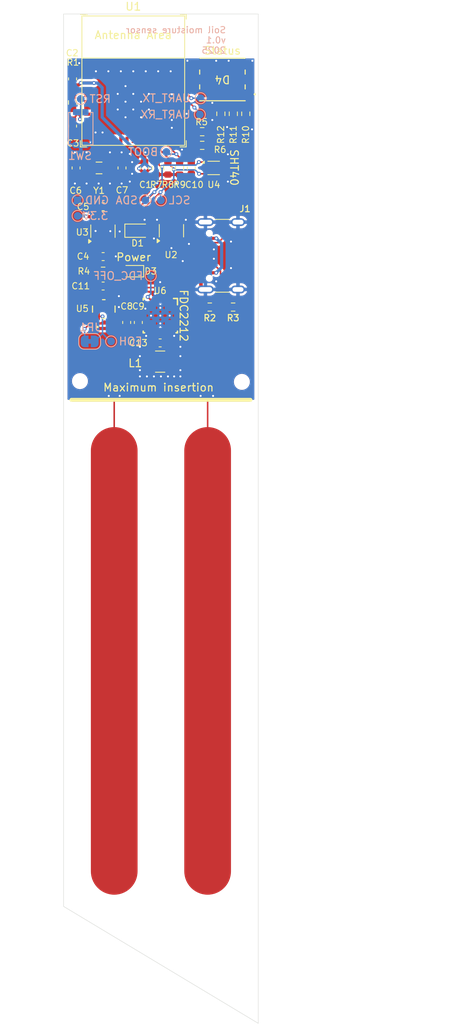
<source format=kicad_pcb>
(kicad_pcb (version 20241229) (generator "pcbnew") (generator_version "9.0")
  (layers (0 "F.Cu" signal) (2 "B.Cu" signal) (13 "F.Paste" user) (15 "B.Paste" user) (5 "F.SilkS" user "F.Silkscreen") (7 "B.SilkS" user "B.Silkscreen") (1 "F.Mask" user) (3 "B.Mask" user) (25 "Edge.Cuts" user))
  (net 0 "")
  (net 1 "/USB_D+")
  (net 2 "GND")
  (net 3 "/ESP_D+")
  (net 4 "Net-(D1-K)")
  (net 5 "+3.3V")
  (net 6 "Net-(J1-CC2)")
  (net 7 "/ESP_D-")
  (net 8 "/LED_G")
  (net 9 "Net-(J1-CC1)")
  (net 10 "/USB_D-")
  (net 11 "/SENSE_SOIL-")
  (net 12 "/SENSE_SOIL+")
  (net 13 "/SCL")
  (net 14 "/SDA")
  (net 15 "/BOOTMODE")
  (net 16 "/XTAL_32K+")
  (net 17 "/XTAL_32K-")
  (net 18 "/LED_B")
  (net 19 "/LED_R")
  (net 20 "/ESP_EN")
  (net 21 "/FDC_CLK")
  (net 24 "/D+")
  (net 25 "/D-")
  (net 26 "/FDC_OFF")
  (net 27 "/IO8")
  (net 28 "/UART_TX")
  (net 29 "/UART_RX")
  (net 33 "/USB_VBUS")
  (net 34 "Net-(D3-A)")
  (net 35 "Net-(D4-GK)")
  (net 36 "Net-(D4-RK)")
  (net 37 "Net-(D4-BK)")
  (net 51 "/EOH")
  (footprint "Capacitor_SMD:C_0603_1608Metric" (layer "F.Cu") (at 84.6 75.075 90)
    (property "Reference" "C9")
    (property "Value" "0.01u")
  )
  (footprint "Resistor_SMD:R_0603_1608Metric" (layer "F.Cu") (at 76.15 46.85 -90)
    (property "Reference" "R1")
    (property "Value" "10k")
  )
  (footprint "MountingHole:MountingHole_1.6mm_M1.6" (layer "F.Cu") (at 77.1 82.6)
    (property "Reference" "H1" (hide yes))
    (property "Value" "MountingHole")
  )
  (footprint "625L3C040M00000:IC_625L3C040M00000_CTS" (layer "F.Cu") (at 80.1602 73.3602 90)
    (property "Reference" "U5")
    (property "Value" "625L3C040M00000")
  )
  (footprint "Resistor_SMD:R_0603_1608Metric" (layer "F.Cu") (at 92.8 50.6)
    (property "Reference" "R5")
    (property "Value" "22")
  )
  (footprint "Resistor_SMD:R_0603_1608Metric" (layer "F.Cu") (at 96.775 73.1)
    (property "Reference" "R3")
    (property "Value" "5.1k")
  )
  (footprint "Connector_USB:USB_C_Receptacle_GCT_USB4105-xx-A_16P_TopMnt_Horizontal" (layer "F.Cu") (at 96.325 66.52 90)
    (property "Reference" "J1")
    (property "Value" "USB4105-GF-A")
  )
  (footprint "Resistor_SMD:R_0603_1608Metric" (layer "F.Cu") (at 96.8 48.3 -90)
    (property "Reference" "R11")
    (property "Value" "10")
  )
  (footprint "Resistor_SMD:R_0603_1608Metric" (layer "F.Cu") (at 93.775 73.1)
    (property "Reference" "R2")
    (property "Value" "5.1k")
  )
  (footprint "Resistor_SMD:R_0603_1608Metric" (layer "F.Cu") (at 92.8 52.35)
    (property "Reference" "R6")
    (property "Value" "22")
  )
  (footprint "Resistor_SMD:R_0603_1608Metric" (layer "F.Cu") (at 80.075 68.5)
    (property "Reference" "R4")
    (property "Value" "680")
  )
  (footprint "Diode_SMD:D_SOD-323" (layer "F.Cu") (at 84.475 63.3)
    (property "Reference" "D1")
    (property "Value" "B0520WS-7-F")
  )
  (footprint "Resistor_SMD:R_0603_1608Metric" (layer "F.Cu") (at 89.9 55.275 90)
    (property "Reference" "R9")
    (property "Value" "10k")
  )
  (footprint "Capacitor_SMD:C_0603_1608Metric" (layer "F.Cu") (at 76.6 55.25 90)
    (property "Reference" "C6")
    (property "Value" "12p")
  )
  (footprint "Capacitor_SMD:C_0603_1608Metric" (layer "F.Cu") (at 83.1 75.075 90)
    (property "Reference" "C8")
    (property "Value" "0.1u")
  )
  (footprint "Package_TO_SOT_SMD:SOT-23-5" (layer "F.Cu") (at 80.05 63.3625 90)
    (property "Reference" "U3")
    (property "Value" "AP2112K-3.3")
  )
  (footprint "MountingHole:MountingHole_1.6mm_M1.6" (layer "F.Cu") (at 97.9 37.6)
    (property "Reference" "H2" (hide yes))
    (property "Value" "MountingHole")
  )
  (footprint "Resistor_SMD:R_0603_1608Metric" (layer "F.Cu") (at 98.4 48.3 -90)
    (property "Reference" "R10")
    (property "Value" "60")
  )
  (footprint "Capacitor_SMD:C_0603_1608Metric" (layer "F.Cu") (at 91.4 55.275 90)
    (property "Reference" "C10")
    (property "Value" "0.1u")
  )
  (footprint "CapacitiveStrips:C_Rectangle" (layer "F.Cu") (at 87.5 88.5)
    (property "Reference" "C12" (hide yes))
    (property "Value" "SOIL")
  )
  (footprint "Sensor_Humidity:Sensirion_DFN-4_1.5x1.5mm_P0.8mm_SHT4x_NoCentralPad" (layer "F.Cu") (at 94.275 55.25)
    (property "Reference" "U4")
    (property "Value" "SHT40")
  )
  (footprint "Resistor_SMD:R_0603_1608Metric" (layer "F.Cu") (at 86.9 55.275 90)
    (property "Reference" "R7")
    (property "Value" "10k")
  )
  (footprint "FDC2212DNTT:DNT0012B" (layer "F.Cu") (at 87.425 74.2 -90)
    (property "Reference" "U6")
    (property "Value" "FDC2212")
  )
  (footprint "Capacitor_SMD:C_0603_1608Metric" (layer "F.Cu") (at 80.075 70.4)
    (property "Reference" "C11")
    (property "Value" "0.1u")
  )
  (footprint "Resistor_SMD:R_0603_1608Metric" (layer "F.Cu") (at 88.4 55.275 90)
    (property "Reference" "R8")
    (property "Value" "10k")
  )
  (footprint "MountingHole:MountingHole_1.6mm_M1.6" (layer "F.Cu") (at 97.9 82.7)
    (property "Reference" "H3" (hide yes))
    (property "Value" "MountingHole")
  )
  (footprint "Capacitor_SMD:C_0603_1608Metric" (layer "F.Cu") (at 76.15 49.875 -90)
    (property "Reference" "C3")
    (property "Value" "1u")
  )
  (footprint "Package_TO_SOT_SMD:SOT-23-6" (layer "F.Cu") (at 88.85 63.30625 90)
    (property "Reference" "U2")
    (property "Value" "USBLC6-2SC6")
  )
  (footprint "ul_150505M173300:LED_150505M173300_WRE" (layer "F.Cu") (at 95.4 43.9 180)
    (property "Reference" "D4")
    (property "Value" "150505M173300")
  )
  (footprint "ABS07_32_768KHZ_T:XTAL_ABS07-32.768KHZ-T" (layer "F.Cu") (at 79.55 55.25)
    (property "Reference" "Y1")
    (property "Value" "ABS07-32.768KHZ-T")
  )
  (footprint "Resistor_SMD:R_0603_1608Metric" (layer "F.Cu") (at 95.2 48.3 -90)
    (property "Reference" "R12")
    (property "Value" "10")
  )
  (footprint "Capacitor_SMD:C_0603_1608Metric" (layer "F.Cu") (at 76.15 43.825 90)
    (property "Reference" "C2")
    (property "Value" "0.1u")
  )
  (footprint "Capacitor_SMD:C_0603_1608Metric" (layer "F.Cu") (at 80.075 60.225)
    (property "Reference" "C5")
    (property "Value" "1u")
  )
  (footprint "Capacitor_SMD:C_0603_1608Metric" (layer "F.Cu") (at 80.075 66.625)
    (property "Reference" "C4")
    (property "Value" "1u")
  )
  (footprint "Capacitor_SMD:C_0603_1608Metric" (layer "F.Cu") (at 85.4 55.275 90)
    (property "Reference" "C1")
    (property "Value" "10u")
  )
  (footprint "Capacitor_SMD:C_0603_1608Metric" (layer "F.Cu") (at 82.5 55.25 90)
    (property "Reference" "C7")
    (property "Value" "12p")
  )
  (footprint "LED_SMD:LED_0603_1608Metric" (layer "F.Cu") (at 83.8 68.5 180)
    (property "Reference" "D3")
    (property "Value" "PWRLED")
  )
  (footprint "Capacitor_SMD:C_0603_1608Metric" (layer "F.Cu") (at 87.4 77.7)
    (property "Reference" "C13")
    (property "Value" "33p")
  )
  (footprint "Inductor_SMD:L_1210_3225Metric" (layer "F.Cu") (at 87.4 80.1)
    (property "Reference" "L1")
    (property "Value" "18uH")
  )
  (footprint "PCM_Espressif:ESP32-H2-MINI-1" (layer "F.Cu") (at 83.95 44.05)
    (property "Reference" "U1")
    (property "Value" "ESP32-H2-MINI-1")
  )
  (footprint "Button_Switch_SMD:SW_Push_SPST_NO_Alps_SKRK" (layer "B.Cu") (at 77.2 50.2 -90)
    (property "Reference" "SW1")
    (property "Value" "Reset")
  )
  (footprint "TestPoint:TestPoint_Pad_D1.0mm" (layer "B.Cu") (at 76.8 59.4 180)
    (property "Reference" "TP2" (hide yes))
    (property "Value" "GND")
  )
  (footprint "TestPoint:TestPoint_Pad_D1.0mm" (layer "B.Cu") (at 81.1 77.5 180)
    (property "Reference" "TP10" (hide yes))
    (property "Value" "EOH")
  )
  (footprint "TestPoint:TestPoint_Pad_D1.0mm" (layer "B.Cu") (at 76.8 61.4 180)
    (property "Reference" "TP1" (hide yes))
    (property "Value" "3.3V")
  )
  (footprint "TestPoint:TestPoint_Pad_D1.0mm" (layer "B.Cu") (at 92.6 46.3 180)
    (property "Reference" "TP5" (hide yes))
    (property "Value" "UART_TX")
  )
  (footprint "TestPoint:TestPoint_Pad_D1.0mm" (layer "B.Cu") (at 85.5 59.4 180)
    (property "Reference" "TP8" (hide yes))
    (property "Value" "SDA")
  )
  (footprint "TestPoint:TestPoint_Pad_D1.0mm" (layer "B.Cu") (at 88.2 53.2 180)
    (property "Reference" "TP3" (hide yes))
    (property "Value" "BOOT")
  )
  (footprint "TestPoint:TestPoint_Pad_D1.0mm" (layer "B.Cu") (at 87.5 59.4 180)
    (property "Reference" "TP7" (hide yes))
    (property "Value" "SCL")
  )
  (footprint "TestPoint:TestPoint_Pad_D1.0mm" (layer "B.Cu") (at 77.2 46.4 180)
    (property "Reference" "TP4" (hide yes))
    (property "Value" "RST")
  )
  (footprint "TestPoint:TestPoint_Pad_D1.0mm" (layer "B.Cu") (at 86.2 69.1 180)
    (property "Reference" "TP11" (hide yes))
    (property "Value" "FDC_OFF")
  )
  (footprint "TestPoint:TestPoint_Pad_D1.0mm" (layer "B.Cu") (at 92.5 48.4 180)
    (property "Reference" "TP6" (hide yes))
    (property "Value" "UART_RX")
  )
  (footprint "Jumper:SolderJumper-2_P1.3mm_Bridged_RoundedPad1.0x1.5mm" (layer "B.Cu") (at 78.35 77.5 180)
    (property "Reference" "JP1")
    (property "Value" "EOH")
  )
  (gr_line (start 76 85) (end 99 85) (stroke (width 0.5)) (layer "F.SilkS"))
  (gr_line (start 100 35.5) (end 100 165) (stroke (width 0.05)) (layer "Edge.Cuts"))
  (gr_line (start 100 165) (end 75 150) (stroke (width 0.05)) (layer "Edge.Cuts"))
  (gr_line (start 75 35.5) (end 75 150) (stroke (width 0.05)) (layer "Edge.Cuts"))
  (gr_line (start 75 35.5) (end 100 35.5) (stroke (width 0.05)) (layer "Edge.Cuts"))
  (gr_text "Maximum insertion" (at 80 84 0) (layer "F.SilkS") (effects (font (size 1 1)) (justify left bottom)))
  (gr_text "Power" (at 84 66.7 0) (layer "F.SilkS") (effects (font (size 1 1))))
  (gr_text "SHT40" (at 96.9 55.2 270) (layer "F.SilkS") (effects (font (size 1 1))))
  (gr_text "Status" (at 95.4 40.2 0) (layer "F.SilkS") (effects (font (size 1 1))))
  (gr_text "Soil moisture sensor\nv0.1\n2025\n" (at 95.92 40.64 0) (layer "B.SilkS") (effects (font (size 0.813 0.813) (thickness 0.127)) (justify left bottom mirror)))
  (segment (start 96.4128 51.0128) (end 98.0234 52.6234) (width 0.77) (layer "F.Cu") (net 1))
  (segment (start 93.625 50.6) (end 94.337501 50.6) (width 0.77) (layer "F.Cu") (net 1))
  (segment (start 89.8 61.573221) (end 89.8 62.16875) (width 0.77) (layer "F.Cu") (net 1))
  (segment (start 94.750301 51.0128) (end 96.4128 51.0128) (width 0.77) (layer "F.Cu") (net 1))
  (segment (start 98.0234 58.028837) (end 96.328836 59.7234) (width 0.77) (layer "F.Cu") (net 1))
  (segment (start 98.0234 52.6234) (end 98.0234 58.028837) (width 0.77) (layer "F.Cu") (net 1))
  (segment (start 96.328836 59.7234) (end 91.649821 59.7234) (width 0.77) (layer "F.Cu") (net 1))
  (segment (start 91.649821 59.7234) (end 89.8 61.573221) (width 0.77) (layer "F.Cu") (net 1))
  (segment (start 94.337501 50.6) (end 94.750301 51.0128) (width 0.77) (layer "F.Cu") (net 1))
  (segment (start 86.675002 75.572999) (end 87.048 75.200001) (width 0.2) (layer "F.Cu") (net 2))
  (segment (start 87.175 72.949999) (end 87.425 73.199999) (width 0.2) (layer "F.Cu") (net 2))
  (segment (start 80.05 63.837501) (end 79.553999 63.3415) (width 0.2) (layer "F.Cu") (net 2))
  (segment (start 86.754 71.4) (end 86.9 71.4) (width 0.2) (layer "F.Cu") (net 2))
  (segment (start 86.675002 76.099999) (end 86.675002 75.572999) (width 0.2) (layer "F.Cu") (net 2))
  (segment (start 79.15 42.85) (end 79.15 41.85) (width 0.4) (layer "F.Cu") (net 2))
  (segment (start 89.9 52) (end 89.9 51.7) (width 0.3) (layer "F.Cu") (net 2))
  (segment (start 79.1 41.8) (end 79.15 41.85) (width 0.2) (layer "F.Cu") (net 2))
  (segment (start 81.0375 63.4) (end 81 63.3625) (width 0.2) (layer "F.Cu") (net 2))
  (segment (start 80.525001 63.3625) (end 81 63.3625) (width 0.2) (layer "F.Cu") (net 2))
  (segment (start 79.05 42.75) (end 79.15 42.85) (width 0.4) (layer "F.Cu") (net 2))
  (segment (start 82.2 63.4) (end 81.0375 63.4) (width 0.2) (layer "F.Cu") (net 2))
  (segment (start 80.05 63.837501) (end 80.525001 63.3625) (width 0.2) (layer "F.Cu") (net 2))
  (segment (start 78.45 43.55) (end 79.15 42.85) (width 0.4) (layer "F.Cu") (net 2))
  (segment (start 78.05 43.55) (end 78.45 43.55) (width 0.4) (layer "F.Cu") (net 2))
  (segment (start 78.05 50.75) (end 78.05 51.65) (width 0.2) (layer "F.Cu") (net 2))
  (segment (start 82.5 54.475) (end 82.175 54.475) (width 0.4) (layer "F.Cu") (net 2))
  (segment (start 86.5 76.8) (end 86.675002 76.624998) (width 0.2) (layer "F.Cu") (net 2))
  (segment (start 78 41.8) (end 78 42.7) (width 0.4) (layer "F.Cu") (net 2))
  (segment (start 86.675002 76.624998) (end 86.675002 76.099999) (width 0.2) (layer "F.Cu") (net 2))
  (segment (start 88.85 65.533316) (end 88.85 64.44375) (width 0.3) (layer "F.Cu") (net 2))
  (segment (start 76.15 43.075) (end 76.15 42.85) (width 0.4) (layer "F.Cu") (net 2))
  (segment (start 76.6 54.475) (end 76.725 54.475) (width 0.3) (layer "F.Cu") (net 2))
  (segment (start 87.048 75.200001) (end 87.425 75.200001) (width 0.2) (layer "F.Cu") (net 2))
  (segment (start 78 42.7) (end 78.05 42.75) (width 0.4) (layer "F.Cu") (net 2))
  (segment (start 80.05 64.5) (end 80.05 63.837501) (width 0.2) (layer "F.Cu") (net 2))
  (segment (start 86.9 71.4) (end 87.175 71.675) (width 0.2) (layer "F.Cu") (net 2))
  (segment (start 78.05 51.65) (end 78 51.7) (width 0.2) (layer "F.Cu") (net 2))
  (segment (start 78.05 42.75) (end 79.05 42.75) (width 0.4) (layer "F.Cu") (net 2))
  (segment (start 85.4 54.2) (end 85.4 54.5) (width 0.4) (layer "F.Cu") (net 2))
  (segment (start 87.175 72.300001) (end 87.175 72.949999) (width 0.2) (layer "F.Cu") (net 2))
  (segment (start 78 41.8) (end 79.1 41.8) (width 0.4) (layer "F.Cu") (net 2))
  (segment (start 79.553999 63.3415) (end 79.102693 63.3415) (width 0.2) (layer "F.Cu") (net 2))
  (segment (start 85.6 76.8) (end 86.5 76.8) (width 0.2) (layer "F.Cu") (net 2))
  (segment (start 87.175 71.675) (end 87.175 72.300001) (width 0.2) (layer "F.Cu") (net 2))
  (via (at 83.5 57) (size 0.508) (drill 0.254) (layers "F.Cu" "B.Cu") (net 2))
  (via (at 84.8 82) (size 0.508) (drill 0.254) (layers "F.Cu" "B.Cu") (net 2))
  (via (at 76.45 53.25) (size 0.508) (drill 0.254) (layers "F.Cu" "B.Cu") (net 2))
  (via (at 85.4 61.9) (size 0.508) (drill 0.254) (layers "F.Cu" "B.Cu") (net 2))
  (via (at 84.95 46.75) (size 0.508) (drill 0.254) (layers "F.Cu" "B.Cu") (net 2))
  (via (at 92.6 84.5) (size 0.508) (drill 0.254) (layers "F.Cu" "B.Cu") (net 2))
  (via (at 86.6 82) (size 0.508) (drill 0.254) (layers "F.Cu" "B.Cu") (net 2))
  (via (at 88.85 65.533316) (size 0.508) (drill 0.254) (layers "F.Cu" "B.Cu") (net 2))
  (via (at 89.2 76.8) (size 0.508) (drill 0.254) (layers "F.Cu" "B.Cu") (net 2))
  (via (at 88.75 42.85) (size 0.508) (drill 0.254) (layers "F.Cu" "B.Cu") (net 2))
  (via (at 81.95 47.75) (size 0.508) (drill 0.254) (layers "F.Cu" "B.Cu") (net 2))
  (via (at 90.9 41.5) (size 0.508) (drill 0.254) (layers "F.Cu" "B.Cu") (net 2))
  (via (at 89.5 57.2) (size 0.508) (drill 0.254) (layers "F.Cu" "B.Cu") (net 2))
  (via (at 87 57.2) (size 0.508) (drill 0.254) (layers "F.Cu" "B.Cu") (net 2))
  (via (at 83.95 45.75) (size 0.508) (drill 0.254) (layers "F.Cu" "B.Cu") (net 2))
  (via (at 80.95 53.25) (size 0.508) (drill 0.254) (layers "F.Cu" "B.Cu") (net 2))
  (via (at 84.8 81.2) (size 0.508) (drill 0.254) (layers "F.Cu" "B.Cu") (net 2))
  (via (at 85.55 42.85) (size 0.508) (drill 0.254) (layers "F.Cu" "B.Cu") (net 2))
  (via (at 94.6 41.5) (size 0.508) (drill 0.254) (layers "F.Cu" "B.Cu") (net 2))
  (via (at 84.95 48.75) (size 0.508) (drill 0.254) (layers "F.Cu" "B.Cu") (net 2))
  (via (at 80 50.7) (size 0.508) (drill 0.254) (layers "F.Cu" "B.Cu") (net 2))
  (via (at 82.45 53.25) (size 0.508) (drill 0.254) (layers "F.Cu" "B.Cu") (net 2))
  (via (at 87 61.9) (size 0.508) (drill 0.254) (layers "F.Cu" "B.Cu") (net 2))
  (via (at 84.8 79.4) (size 0.508) (drill 0.254) (layers "F.Cu" "B.Cu") (net 2))
  (via (at 80.95 57.25) (size 0.508) (drill 0.254) (layers "F.Cu" "B.Cu") (net 2))
  (via (at 96.5 64.7) (size 0.508) (drill 0.254) (layers "F.Cu" "B.Cu") (net 2))
  (via (at 83.95 47.75) (size 0.508) (drill 0.254) (layers "F.Cu" "B.Cu") (net 2))
  (via (at 90 78.2) (size 0.508) (drill 0.254) (layers "F.Cu" "B.Cu") (net 2))
  (via (at 96.2 41.5) (size 0.508) (drill 0.254) (layers "F.Cu" "B.Cu") (net 2))
  (via (at 96.5 68.1) (size 0.508) (drill 0.254) (layers "F.Cu" "B.Cu") (net 2))
  (via (at 80.8 84.5) (size 0.508) (drill 0.254) (layers "F.Cu" "B.Cu") (net 2))
  (via (at 79.1 50.7) (size 0.508) (drill 0.254) (layers "F.Cu" "B.Cu") (net 2))
  (via (at 88.9 49.1) (size 0.508) (drill 0.254) (layers "F.Cu" "B.Cu") (net 2))
  (via (at 82.95 46.75) (size 0.508) (drill 0.254) (layers "F.Cu" "B.Cu") (net 2))
  (via (at 83.95 42.85) (size 0.508) (drill 0.254) (layers "F.Cu" "B.Cu") (net 2))
  (via (at 85.5 73.3) (size 0.508) (drill 0.254) (layers "F.Cu" "B.Cu") (net 2))
  (via (at 79.102693 63.3415) (size 0.508) (drill 0.254) (layers "F.Cu" "B.Cu") (net 2))
  (via (at 96.1 57) (size 0.508) (drill 0.254) (layers "F.Cu" "B.Cu") (net 2))
  (via (at 77.95 53.25) (size 0.508) (drill 0.254) (layers "F.Cu" "B.Cu") (net 2))
  (via (at 76.45 57.25) (size 0.508) (drill 0.254) (layers "F.Cu" "B.Cu") (net 2))
  (via (at 79.15 42.85) (size 0.508) (drill 0.254) (layers "F.Cu" "B.Cu") (net 2))
  (via (at 82.1 71.7) (size 0.508) (drill 0.254) (layers "F.Cu" "B.Cu") (net 2))
  (via (at 80.75 42.85) (size 0.508) (drill 0.254) (layers "F.Cu" "B.Cu") (net 2))
  (via (at 85.95 45.75) (size 0.508) (drill 0.254) (layers "F.Cu" "B.Cu") (net 2))
  (via (at 83.8 54.5) (size 0.508) (drill 0.254) (layers "F.Cu" "B.Cu") (net 2))
  (via (at 94.6 69.8) (size 0.508) (drill 0.254) (layers "F.Cu" "B.Cu") (net 2))
  (via (at 94.3 66.9) (size 0.508) (drill 0.254) (layers "F.Cu" "B.Cu") (net 2))
  (via (at 82.35 42.85) (size 0.508) (drill 0.254) (layers "F.Cu" "B.Cu") (net 2))
  (via (at 96.1 53.5) (size 0.508) (drill 0.254) (layers "F.Cu" "B.Cu") (net 2))
  (via (at 90 81.2) (size 0.508) (drill 0.254) (layers "F.Cu" "B.Cu") (net 2))
  (via (at 82.1 73.1) (size 0.508) (drill 0.254) (layers "F.Cu" "B.Cu") (net 2))
  (via (at 82.2 63.4) (size 0.508) (drill 0.254) (layers "F.Cu" "B.Cu") (net 2))
  (via (at 81.95 45.75) (size 0.508) (drill 0.254) (layers "F.Cu" "B.Cu") (net 2))
  (via (at 89.2 82) (size 0.508) (drill 0.254) (layers "F.Cu" "B.Cu") (net 2))
  (via (at 85.5 53.25) (size 0.508) (drill 0.254) (layers "F.Cu" "B.Cu") (net 2))
  (via (at 82.95 44.75) (size 0.508) (drill 0.254) (layers "F.Cu" "B.Cu") (net 2))
  (via (at 82.45 57.25) (size 0.508) (drill 0.254) (layers "F.Cu" "B.Cu") (net 2))
  (via (at 79.5 57.25) (size 0.508) (drill 0.254) (layers "F.Cu" "B.Cu") (net 2))
  (via (at 83.8 56) (size 0.508) (drill 0.254) (layers "F.Cu" "B.Cu") (net 2))
  (via (at 82.95 48.75) (size 0.508) (drill 0.254) (layers "F.Cu" "B.Cu") (net 2))
  (via (at 85.6 76.8) (size 0.508) (drill 0.254) (layers "F.Cu" "B.Cu") (net 2))
  (via (at 77 41.8) (size 0.508) (drill 0.254) (layers "F.Cu" "B.Cu") (net 2))
  (via (at 88.9 45.8) (size 0.508) (drill 0.254) (layers "F.Cu" "B.Cu") (net 2))
  (via (at 87.4 69.9) (size 0.508) (drill 0.254) (layers "F.Cu" "B.Cu") (net 2))
  (via (at 90.3 67.2) (size 0.508) (drill 0.254) (layers "F.Cu" "B.Cu") (net 2))
  (via (at 94.2 84.5) (size 0.508) (drill 0.254) (layers "F.Cu" "B.Cu") (net 2))
  (via (at 99.246 41.5) (size 0.508) (drill 0.254) (layers "F.Cu" "B.Cu") (net 2))
  (via (at 87.15 42.85) (size 0.508) (drill 0.254) (layers "F.Cu" "B.Cu") (net 2))
  (via (at 96 50) (size 0.508) (drill 0.254) (layers "F.Cu" "B.Cu") (net 2))
  (via (at 85.95 47.75) (size 0.508) (drill 0.254) (layers "F.Cu" "B.Cu") (net 2))
  (via (at 86.754 71.4) (size 0.508) (drill 0.254) (layers "F.Cu" "B.Cu") (net 2))
  (via (at 94.3 65.7) (size 0.508) (drill 0.254) (layers "F.Cu" "B.Cu") (net 2))
  (via (at 88.4 82) (size 0.508) (drill 0.254) (layers "F.Cu" "B.Cu") (net 2))
  (via (at 81 63.3625) (size 0.508) (drill 0.254) (layers "F.Cu" "B.Cu") (net 2))
  (via (at 91.1 65) (size 0.508) (drill 0.254) (layers "F.Cu" "B.Cu") (net 2))
  (via (at 90.7 61.9) (size 0.508) (drill 0.254) (layers "F.Cu" "B.Cu") (net 2))
  (via (at 94.1 49.1) (size 0.508) (drill 0.254) (layers "F.Cu" "B.Cu") (net 2))
  (via (at 81.7 66.6) (size 0.508) (drill 0.254) (layers "F.Cu" "B.Cu") (net 2))
  (via (at 88.9 50.1) (size 0.508) (drill 0.254) (layers "F.Cu" "B.Cu") (net 2))
  (via (at 82.2 84.5) (size 0.508) (drill 0.254) (layers "F.Cu" "B.Cu") (net 2))
  (via (at 90.2 52.9) (size 0.508) (drill 0.254) (layers "F.Cu" "B.Cu") (net 2))
  (via (at 90 79.4) (size 0.508) (drill 0.254) (layers "F.Cu" "B.Cu") (net 2))
  (via (at 99.2 50.3) (size 0.508) (drill 0.254) (layers "F.Cu" "B.Cu") (net 2))
  (via (at 86.6 64.3) (size 0.508) (drill 0.254) (layers "F.Cu" "B.Cu") (net 2))
  (via (at 83.5 53.45) (size 0.508) (drill 0.254) (layers "F.Cu" "B.Cu") (net 2))
  (via (at 90.8 48.3) (size 0.508) (drill 0.254) (layers "F.Cu" "B.Cu") (net 2))
  (via (at 87.5 82) (size 0.508) (drill 0.254) (layers "F.Cu" "B.Cu") (net 2))
  (via (at 84.8 78.2) (size 0.508) (drill 0.254) (layers "F.Cu" "B.Cu") (net 2))
  (via (at 94.1 46.9) (size 0.508) (drill 0.254) (layers "F.Cu" "B.Cu") (net 2))
  (via (at 85.7 82) (size 0.508) (drill 0.254) (layers "F.Cu" "B.Cu") (net 2))
  (via (at 77.95 57.25) (size 0.508) (drill 0.254) (layers "F.Cu" "B.Cu") (net 2))
  (via (at 90 82) (size 0.508) (drill 0.254) (layers "F.Cu" "B.Cu") (net 2))
  (segment (start 91.975 50.125) (end 91 49.15) (width 0.5) (layer "F.Cu") (net 3))
  (segment (start 91.975 50.6) (end 91.975 50.125) (width 0.5) (layer "F.Cu") (net 3))
  (segment (start 91 49.15) (end 89.85 49.15) (width 0.5) (layer "F.Cu") (net 3))
  (segment (start 79.1 65.162499) (end 79.1 64.5) (width 0.4) (layer "F.Cu") (net 4))
  (segment (start 81 64.925) (end 81.7 65.625) (width 0.2) (layer "F.Cu") (net 4))
  (segment (start 79.562501 65.625) (end 79.3 65.887501) (width 0.4) (layer "F.Cu") (net 4))
  (segment (start 81 64.5) (end 81 64.925) (width 0.4) (layer "F.Cu") (net 4))
  (segment (start 79.562501 65.625) (end 79.1 65.162499) (width 0.4) (layer "F.Cu") (net 4))
  (segment (start 83.425 63.3) (end 83.425 63.9) (width 0.4) (layer "F.Cu") (net 4))
  (segment (start 79.562501 65.625) (end 81.7 65.625) (width 0.4) (layer "F.Cu") (net 4))
  (segment (start 83.425 63.9) (end 81.7 65.625) (width 0.4) (layer "F.Cu") (net 4))
  (segment (start 79.3 65.887501) (end 79.3 66.625) (width 0.4) (layer "F.Cu") (net 4))
  (segment (start 78.5 70.4) (end 77.6 69.5) (width 0.4) (layer "F.Cu") (net 5))
  (segment (start 91.35 56.1) (end 91.4 56.05) (width 0.4) (layer "F.Cu") (net 5))
  (segment (start 78.05 44.35) (end 78.9 44.35) (width 0.4) (layer "F.Cu") (net 5))
  (segment (start 77.6 69.5) (end 78.6 68.5) (width 0.4) (layer "F.Cu") (net 5))
  (segment (start 85.4 57.825) (end 85.4 56.05) (width 0.4) (layer "F.Cu") (net 5))
  (segment (start 77.6 74.5) (end 78.35 75.25) (width 0.4) (layer "F.Cu") (net 5))
  (segment (start 77.9 61.5) (end 78.375 61.5) (width 0.4) (layer "F.Cu") (net 5))
  (segment (start 86.175 76.099999) (end 85.925001 75.85) (width 0.3) (layer "F.Cu") (net 5))
  (segment (start 79.3477 72.4204) (end 79.3477 70.4477) (width 0.4) (layer "F.Cu") (net 5))
  (segment (start 94.467836 56.7) (end 95.126 56.041836) (width 0.2) (layer "F.Cu") (net 5))
  (segment (start 78.375 61.5) (end 79.1 62.225) (width 0.4) (layer "F.Cu") (net 5))
  (segment (start 79.3 70.4) (end 78.5 70.4) (width 0.4) (layer "F.Cu") (net 5))
  (segment (start 79.3 62.025) (end 79.1 62.225) (width 0.4) (layer "F.Cu") (net 5))
  (segment (start 79.1 62.225) (end 77.6 63.725) (width 0.4) (layer "F.Cu") (net 5))
  (segment (start 76.95 44.6) (end 77.2 44.35) (width 0.4) (layer "F.Cu") (net 5))
  (segment (start 81 62.225) (end 79.1 62.225) (width 0.4) (layer "F.Cu") (net 5))
  (segment (start 88.4 56.1) (end 86.9 56.1) (width 0.4) (layer "F.Cu") (net 5))
  (segment (start 78.05 44.35) (end 77.2 44.35) (width 0.4) (layer "F.Cu") (net 5))
  (segment (start 77.7 75.9) (end 78.35 75.25) (width 0.2) (layer "F.Cu") (net 5))
  (segment (start 78.6 68.5) (end 79.25 68.5) (width 0.4) (layer "F.Cu") (net 5))
  (segment (start 83.1 75.85) (end 84.6 75.85) (width 0.4) (layer "F.Cu") (net 5))
  (segment (start 85.925001 75.85) (end 84.6 75.85) (width 0.3) (layer "F.Cu") (net 5))
  (segment (start 95.126 55.758164) (end 95.017836 55.65) (width 0.2) (layer "F.Cu") (net 5))
  (segment (start 95.126 56.041836) (end 95.126 55.758164) (width 0.2) (layer "F.Cu") (net 5))
  (segment (start 85.45 56.1) (end 85.4 56.05) (width 0.4) (layer "F.Cu") (net 5))
  (segment (start 77.6 74.5) (end 77.6 69.5) (width 0.4) (layer "F.Cu") (net 5))
  (segment (start 92.05 56.7) (end 91.4 56.05) (width 0.2) (layer "F.Cu") (net 5))
  (segment (start 85.4 56) (end 86.1 55.3) (width 0.4) (layer "F.Cu") (net 5))
  (segment (start 77.6 69.5) (end 77.6 63.725) (width 0.4) (layer "F.Cu") (net 5))
  (segment (start 85.4 56.023382) (end 84.7 55.323382) (width 0.4) (layer "F.Cu") (net 5))
  (segment (start 79.3 60.225) (end 79.3 62.025) (width 0.4) (layer "F.Cu") (net 5))
  (segment (start 76.15 44.6) (end 76.15 46.025) (width 0.4) (layer "F.Cu") (net 5))
  (segment (start 85.4 56.05) (end 85.4 56.023382) (width 0.4) (layer "F.Cu") (net 5))
  (segment (start 78.35 75.25) (end 78.95 75.85) (width 0.4) (layer "F.Cu") (net 5))
  (segment (start 81 62.225) (end 85.4 57.825) (width 0.4) (layer "F.Cu") (net 5))
  (segment (start 95.017836 55.65) (end 94.975 55.65) (width 0.2) (layer "F.Cu") (net 5))
  (segment (start 76.15 44.6) (end 76.95 44.6) (width 0.4) (layer "F.Cu") (net 5))
  (segment (start 78.95 75.85) (end 83.1 75.85) (width 0.4) (layer "F.Cu") (net 5))
  (segment (start 92.05 56.7) (end 94.467836 56.7) (width 0.2) (layer "F.Cu") (net 5))
  (segment (start 86.9 56.1) (end 85.45 56.1) (width 0.4) (layer "F.Cu") (net 5))
  (segment (start 89.9 56.1) (end 91.35 56.1) (width 0.4) (layer "F.Cu") (net 5))
  (segment (start 79.3477 70.4477) (end 79.3 70.4) (width 0.4) (layer "F.Cu") (net 5))
  (segment (start 85.4 56.05) (end 85.4 56) (width 0.4) (layer "F.Cu") (net 5))
  (segment (start 89.9 56.1) (end 88.4 56.1) (width 0.4) (layer "F.Cu") (net 5))
  (via (at 84.7 55.323382) (size 0.508) (drill 0.254) (layers "F.Cu" "B.Cu") (net 5))
  (via (at 77.9 61.5) (size 0.508) (drill 0.254) (layers "F.Cu" "B.Cu") (net 5))
  (via (at 86.1 55.3) (size 0.508) (drill 0.254) (layers "F.Cu" "B.Cu") (net 5))
  (via (at 77.2 44.35) (size 0.508) (drill 0.254) (layers "F.Cu" "B.Cu") (net 5))
  (via (at 77.7 75.9) (size 0.508) (drill 0.254) (layers "F.Cu" "B.Cu") (net 5))
  (via (at 78.9 44.35) (size 0.508) (drill 0.254) (layers "F.Cu" "B.Cu") (net 5))
  (segment (start 79.95 48.75) (end 85.4 54.2) (width 0.4) (layer "B.Cu") (net 5))
  (segment (start 86.1 55.3) (end 85.4 54.6) (width 0.4) (layer "B.Cu") (net 5))
  (segment (start 77.9 61.5) (end 77.8 61.4) (width 0.4) (layer "B.Cu") (net 5))
  (segment (start 85.4 54.2) (end 85.4 54.6) (width 0.4) (layer "B.Cu") (net 5))
  (segment (start 77.8 61.4) (end 76.8 61.4) (width 0.4) (layer "B.Cu") (net 5))
  (segment (start 79.95 44.95) (end 79.95 48.75) (width 0.4) (layer "B.Cu") (net 5))
  (segment (start 84.7 55.323382) (end 84.7 55.3) (width 0.4) (layer "B.Cu") (net 5))
  (segment (start 78.9 44.35) (end 77.35 44.35) (width 0.4) (layer "B.Cu") (net 5))
  (segment (start 84.7 55.3) (end 85.4 54.6) (width 0.4) (layer "B.Cu") (net 5))
  (segment (start 77.7 77.5) (end 77.7 75.9) (width 0.2) (layer "B.Cu") (net 5))
  (segment (start 79.35 44.35) (end 79.95 44.95) (width 0.4) (layer "B.Cu") (net 5))
  (segment (start 78.9 44.35) (end 79.35 44.35) (width 0.4) (layer "B.Cu") (net 5))
  (segment (start 93.295999 64.838) (end 94.862 64.838) (width 0.2) (layer "F.Cu") (net 6))
  (segment (start 95.95 72.75) (end 95.95 73.1) (width 0.2) (layer "F.Cu") (net 6))
  (segment (start 97.4 64.3) (end 97.4 68.5) (width 0.2) (layer "F.Cu") (net 6))
  (segment (start 92.645 64.77) (end 93.227999 64.77) (width 0.2) (layer "F.Cu") (net 6))
  (segment (start 93.227999 64.77) (end 93.295999 64.838) (width 0.2) (layer "F.Cu") (net 6))
  (segment (start 96.9 63.8) (end 97.4 64.3) (width 0.2) (layer "F.Cu") (net 6))
  (segment (start 95.556 70.344) (end 95.556 72.356) (width 0.2) (layer "F.Cu") (net 6))
  (segment (start 95.9 63.8) (end 96.9 63.8) (width 0.2) (layer "F.Cu") (net 6))
  (segment (start 95.556 72.356) (end 95.95 72.75) (width 0.2) (layer "F.Cu") (net 6))
  (segment (start 94.862 64.838) (end 95.9 63.8) (width 0.2) (layer "F.Cu") (net 6))
  (segment (start 97.4 68.5) (end 95.556 70.344) (width 0.2) (layer "F.Cu") (net 6))
  (segment (start 91.975 52.35) (end 90.9 51.275) (width 0.5) (layer "F.Cu") (net 7))
  (segment (start 90.9 50.298) (end 90.552 49.95) (width 0.5) (layer "F.Cu") (net 7))
  (segment (start 90.552 49.95) (end 89.85 49.95) (width 0.5) (layer "F.Cu") (net 7))
  (segment (start 90.9 51.275) (end 90.9 50.298) (width 0.5) (layer "F.Cu") (net 7))
  (segment (start 89.85 44.35) (end 91.35 44.35) (width 0.2) (layer "F.Cu") (net 8))
  (segment (start 86.8681 50.401) (end 85.399 50.401) (width 0.2) (layer "F.Cu") (net 8))
  (segment (start 89.85 44.35) (end 88.85 44.35) (width 0.2) (layer "F.Cu") (net 8))
  (segment (start 91.8 43.9) (end 93 43.9) (width 0.2) (layer "F.Cu") (net 8))
  (segment (start 84.75 51.05) (end 84.75 51.65) (width 0.2) (layer "F.Cu") (net 8))
  (segment (start 88.85 44.35) (end 87.4 45.8) (width 0.2) (layer "F.Cu") (net 8))
  (segment (start 85.399 50.401) (end 84.75 51.05) (width 0.2) (layer "F.Cu") (net 8))
  (segment (start 87.4 49.8691) (end 86.8681 50.401) (width 0.2) (layer "F.Cu") (net 8))
  (segment (start 87.4 45.8) (end 87.4 49.8691) (width 0.2) (layer "F.Cu") (net 8))
  (segment (start 91.35 44.35) (end 91.8 43.9) (width 0.2) (layer "F.Cu") (net 8))
  (segment (start 92.645 67.77) (end 94.454889 67.77) (width 0.2) (layer "F.Cu") (net 9))
  (segment (start 95.155 68.470111) (end 95.155 72.395) (width 0.2) (layer "F.Cu") (net 9))
  (segment (start 95.155 72.395) (end 94.6 72.95) (width 0.2) (layer "F.Cu") (net 9))
  (segment (start 94.454889 67.77) (end 95.155 68.470111) (width 0.2) (layer "F.Cu") (net 9))
  (segment (start 94.6 72.95) (end 94.6 73.1) (width 0.2) (layer "F.Cu") (net 9))
  (segment (start 91.26875 58.8) (end 89.1485 60.92025) (width 0.77) (layer "F.Cu") (net 10))
  (segment (start 93.625 52.35) (end 94.337501 52.35) (width 0.77) (layer "F.Cu") (net 10))
  (segment (start 89.1485 60.92025) (end 88.390982 60.92025) (width 0.77) (layer "F.Cu") (net 10))
  (segment (start 97.1 53.005884) (end 97.1 57.646352) (width 0.77) (layer "F.Cu") (net 10))
  (segment (start 87.964 61.347232) (end 87.964 62.10475) (width 0.77) (layer "F.Cu") (net 10))
  (segment (start 94.751301 51.9362) (end 96.030316 51.9362) (width 0.77) (layer "F.Cu") (net 10))
  (segment (start 94.337501 52.35) (end 94.751301 51.9362) (width 0.77) (layer "F.Cu") (net 10))
  (segment (start 97.1 57.646352) (end 95.946352 58.8) (width 0.77) (layer "F.Cu") (net 10))
  (segment (start 95.946352 58.8) (end 91.26875 58.8) (width 0.77) (layer "F.Cu") (net 10))
  (segment (start 96.030316 51.9362) (end 97.1 53.005884) (width 0.77) (layer "F.Cu") (net 10))
  (segment (start 88.390982 60.92025) (end 87.964 61.347232) (width 0.77) (layer "F.Cu") (net 10))
  (segment (start 87.964 62.10475) (end 87.9 62.16875) (width 0.77) (layer "F.Cu") (net 10))
  (segment (start 93.5 118.5) (end 93.5 83.9) (width 0.2) (layer "F.Cu") (net 11))
  (segment (start 88.8 78.325) (end 88.175 77.7) (width 0.2) (layer "F.Cu") (net 11))
  (segment (start 88.8 80.1) (end 88.8 78.325) (width 0.2) (layer "F.Cu") (net 11))
  (segment (start 93.5 83.9) (end 89.7 80.1) (width 0.2) (layer "F.Cu") (net 11))
  (segment (start 87.675002 77.200002) (end 88.175 77.7) (width 0.2) (layer "F.Cu") (net 11))
  (segment (start 87.675002 76.099999) (end 87.675002 77.200002) (width 0.2) (layer "F.Cu") (net 11))
  (segment (start 89.7 80.1) (end 88.8 80.1) (width 0.2) (layer "F.Cu") (net 11))
  (segment (start 87.175 77.15) (end 86.625 77.7) (width 0.2) (layer "F.Cu") (net 12))
  (segment (start 87.175 76.099999) (end 87.175 77.15) (width 0.2) (layer "F.Cu") (net 12))
  (segment (start 86 80.1) (end 86 78.325) (width 0.2) (layer "F.Cu") (net 12))
  (segment (start 85.1 80.1) (end 86 80.1) (width 0.2) (layer "F.Cu") (net 12))
  (segment (start 81.5 83.7) (end 85.1 80.1) (width 0.2) (layer "F.Cu") (net 12))
  (segment (start 86 78.325) (end 86.625 77.7) (width 0.2) (layer "F.Cu") (net 12))
  (segment (start 81.5 118.5) (end 81.5 83.7) (width 0.2) (layer "F.Cu") (net 12))
  (segment (start 89.15 55.345284) (end 88.449793 54.645077) (width 0.2) (layer "F.Cu") (net 13))
  (segment (start 88.4 53.95) (end 88.4 54.45) (width 0.2) (layer "F.Cu") (net 13))
  (segment (start 89.15 55.442925) (end 89.15 55.345284) (width 0.2) (layer "F.Cu") (net 13))
  (segment (start 87.45 58.35) (end 84.701 61.099) (width 0.2) (layer "F.Cu") (net 13))
  (segment (start 93.45 55.65) (end 93.575 55.65) (width 0.2) (layer "F.Cu") (net 13))
  (segment (start 93.1 56) (end 93.45 55.65) (width 0.2) (layer "F.Cu") (net 13))
  (segment (start 86.35 51.9) (end 88.4 53.95) (width 0.2) (layer "F.Cu") (net 13))
  (segment (start 88.449793 54.499793) (end 88.4 54.45) (width 0.2) (layer "F.Cu") (net 13))
  (segment (start 88.449793 54.645077) (end 88.449793 54.499793) (width 0.2) (layer "F.Cu") (net 13))
  (segment (start 84.701 61.099) (end 84.701 65.201) (width 0.2) (layer "F.Cu") (net 13))
  (segment (start 89.150944 55.443869) (end 89.15 55.442925) (width 0.2) (layer "F.Cu") (net 13))
  (segment (start 88.675 69.175) (end 88.675 72.300001) (width 0.2) (layer "F.Cu") (net 13))
  (segment (start 84.701 65.201) (end 88.675 69.175) (width 0.2) (layer "F.Cu") (net 13))
  (segment (start 86.35 51.65) (end 86.35 51.9) (width 0.2) (layer "F.Cu") (net 13))
  (segment (start 93.1 56) (end 92.4 56) (width 0.2) (layer "F.Cu") (net 13))
  (via (at 92.4 56) (size 0.508) (drill 0.254) (layers "F.Cu" "B.Cu") (net 13))
  (via (at 89.150944 55.443869) (size 0.508) (drill 0.254) (layers "F.Cu" "B.Cu") (net 13))
  (via (at 87.45 58.35) (size 0.508) (drill 0.254) (layers "F.Cu" "B.Cu") (net 13))
  (segment (start 87.45 59.35) (end 87.5 59.4) (width 0.2) (layer "B.Cu") (net 13))
  (segment (start 89.150944 55.443869) (end 89.150944 55.445814) (width 0.2) (layer "B.Cu") (net 13))
  (segment (start 89.20513 55.5) (end 91.9 55.5) (width 0.2) (layer "B.Cu") (net 13))
  (segment (start 89.150944 56.649056) (end 89.150944 55.443869) (width 0.2) (layer "B.Cu") (net 13))
  (segment (start 87.45 58.35) (end 87.45 59.35) (width 0.2) (layer "B.Cu") (net 13))
  (segment (start 89.150944 55.445814) (end 89.20513 55.5) (width 0.2) (layer "B.Cu") (net 13))
  (segment (start 87.45 58.35) (end 89.150944 56.649056) (width 0.2) (layer "B.Cu") (net 13))
  (segment (start 91.9 55.5) (end 92.4 56) (width 0.2) (layer "B.Cu") (net 13))
  (segment (start 87.648893 55.103948) (end 87.498915 55.103948) (width 0.2) (layer "F.Cu") (net 14))
  (segment (start 87.498915 55.103948) (end 86.9 54.505033) (width 0.2) (layer "F.Cu") (net 14))
  (segment (start 86.054 58.961111) (end 84.3 60.715111) (width 0.2) (layer "F.Cu") (net 14))
  (segment (start 93.45 54.85) (end 93.575 54.85) (width 0.2) (layer "F.Cu") (net 14))
  (segment (start 86.055413 58.961111) (end 86.054 58.961111) (width 0.2) (layer "F.Cu") (net 14))
  (segment (start 93.1 54.5) (end 93.45 54.85) (width 0.2) (layer "F.Cu") (net 14))
  (segment (start 92.370998 54.5) (end 93.1 54.5) (width 0.2) (layer "F.Cu") (net 14))
  (segment (start 85.55 51.95) (end 86.9 53.3) (width 0.2) (layer "F.Cu") (net 14))
  (segment (start 84.3 65.3671) (end 88.175001 69.242101) (width 0.2) (layer "F.Cu") (net 14))
  (segment (start 85.55 51.65) (end 85.55 51.95) (width 0.2) (layer "F.Cu") (net 14))
  (segment (start 86.658262 58.358262) (end 86.055413 58.961111) (width 0.2) (layer "F.Cu") (net 14))
  (segment (start 86.9 54.505033) (end 86.9 54.45) (width 0.2) (layer "F.Cu") (net 14))
  (segment (start 88.175001 69.242101) (end 88.175001 72.300001) (width 0.2) (layer "F.Cu") (net 14))
  (segment (start 86.9 53.3) (end 86.9 54.45) (width 0.2) (layer "F.Cu") (net 14))
  (segment (start 84.3 60.715111) (end 84.3 65.3671) (width 0.2) (layer "F.Cu") (net 14))
  (via (at 86.658262 58.358262) (size 0.508) (drill 0.254) (layers "F.Cu" "B.Cu") (net 14))
  (via (at 92.370998 54.5) (size 0.508) (drill 0.254) (layers "F.Cu" "B.Cu") (net 14))
  (via (at 87.648893 55.103948) (size 0.508) (drill 0.254) (layers "F.Cu" "B.Cu") (net 14))
  (segment (start 86.541738 58.358262) (end 85.5 59.4) (width 0.2) (layer "B.Cu") (net 14))
  (segment (start 86.658262 58.358262) (end 87.648893 57.367631) (width 0.2) (layer "B.Cu") (net 14))
  (segment (start 87.863972 54.888869) (end 91.982129 54.888869) (width 0.2) (layer "B.Cu") (net 14))
  (segment (start 87.648893 57.367631) (end 87.648893 55.103948) (width 0.2) (layer "B.Cu") (net 14))
  (segment (start 91.982129 54.888869) (end 92.370998 54.5) (width 0.2) (layer "B.Cu") (net 14))
  (segment (start 87.648893 55.103948) (end 87.863972 54.888869) (width 0.2) (layer "B.Cu") (net 14))
  (segment (start 86.658262 58.358262) (end 86.541738 58.358262) (width 0.2) (layer "B.Cu") (net 14))
  (segment (start 89.9 53.9) (end 89.9 54.45) (width 0.2) (layer "F.Cu") (net 15))
  (segment (start 87.95 51.95) (end 89.48 53.48) (width 0.2) (layer "F.Cu") (net 15))
  (segment (start 87.95 51.65) (end 87.95 51.95) (width 0.2) (layer "F.Cu") (net 15))
  (segment (start 89.48 53.48) (end 89.9 53.9) (width 0.2) (layer "F.Cu") (net 15))
  (via (at 89.48 53.48) (size 0.508) (drill 0.254) (layers "F.Cu" "B.Cu") (net 15))
  (segment (start 89.48 53.48) (end 88.48 53.48) (width 0.2) (layer "B.Cu") (net 15))
  (segment (start 88.48 53.48) (end 88.2 53.2) (width 0.2) (layer "B.Cu") (net 15))
  (segment (start 77.525 56.025) (end 78.3 55.25) (width 0.4) (layer "F.Cu") (net 16))
  (segment (start 76.6 56.025) (end 77.525 56.025) (width 0.4) (layer "F.Cu") (net 16))
  (segment (start 78.3 55.25) (end 79.15 54.4) (width 0.4) (layer "F.Cu") (net 16))
  (segment (start 79.15 54.4) (end 79.15 51.65) (width 0.4) (layer "F.Cu") (net 16))
  (segment (start 80.8 55.25) (end 79.95 54.4) (width 0.4) (layer "F.Cu") (net 17))
  (segment (start 81.575 56.025) (end 80.8 55.25) (width 0.4) (layer "F.Cu") (net 17))
  (segment (start 79.95 54.4) (end 79.95 51.65) (width 0.4) (layer "F.Cu") (net 17))
  (segment (start 82.5 56.025) (end 81.575 56.025) (width 0.4) (layer "F.Cu") (net 17))
  (segment (start 90.45 43.55) (end 89.85 43.55) (width 0.2) (layer "F.Cu") (net 18))
  (segment (start 93 42.2) (end 91.8 42.2) (width 0.2) (layer "F.Cu") (net 18))
  (segment (start 85.2329 50) (end 86.702 50) (width 0.2) (layer "F.Cu") (net 18))
  (segment (start 89.05 43.55) (end 89.85 43.55) (width 0.2) (layer "F.Cu") (net 18))
  (segment (start 83.95 51.65) (end 83.95 51.2829) (width 0.2) (layer "F.Cu") (net 18))
  (segment (start 83.95 51.2829) (end 85.2329 50) (width 0.2) (layer "F.Cu") (net 18))
  (segment (start 91.8 42.2) (end 90.45 43.55) (width 0.2) (layer "F.Cu") (net 18))
  (segment (start 86.999 45.601) (end 89.05 43.55) (width 0.2) (layer "F.Cu") (net 18))
  (segment (start 86.702 50) (end 86.999 49.703) (width 0.2) (layer "F.Cu") (net 18))
  (segment (start 86.999 49.703) (end 86.999 45.601) (width 0.2) (layer "F.Cu") (net 18))
  (segment (start 87.801 45.999) (end 88.65 45.15) (width 0.2) (layer "F.Cu") (net 19))
  (segment (start 89.85 45.15) (end 91.05 45.15) (width 0.2) (layer "F.Cu") (net 19))
  (segment (start 88.396579 50.818914) (end 87.801 50.223335) (width 0.2) (layer "F.Cu") (net 19))
  (segment (start 91.05 45.15) (end 91.5 45.6) (width 0.2) (layer "F.Cu") (net 19))
  (segment (start 89.85 50.75) (end 89.781086 50.818914) (width 0.2) (layer "F.Cu") (net 19))
  (segment (start 89.85 45.15) (end 88.65 45.15) (width 0.2) (layer "F.Cu") (net 19))
  (segment (start 87.801 50.223335) (end 87.801 45.999) (width 0.2) (layer "F.Cu") (net 19))
  (segment (start 89.781086 50.818914) (end 88.396579 50.818914) (width 0.2) (layer "F.Cu") (net 19))
  (segment (start 93 45.6) (end 91.5 45.6) (width 0.2) (layer "F.Cu") (net 19))
  (segment (start 77.1 48.625) (end 76.825 48.35) (width 0.2) (layer "F.Cu") (net 20))
  (segment (start 77.1 49) (end 77.1 48.625) (width 0.2) (layer "F.Cu") (net 20))
  (segment (start 76.825 48.35) (end 76.15 49.025) (width 0.2) (layer "F.Cu") (net 20))
  (segment (start 78.05 48.35) (end 76.825 48.35) (width 0.2) (layer "F.Cu") (net 20))
  (segment (start 76.15 47.675) (end 76.825 48.35) (width 0.2) (layer "F.Cu") (net 20))
  (via (at 77.1 49) (size 0.508) (drill 0.254) (layers "F.Cu" "B.Cu") (net 20))
  (segment (start 77.2 46.4) (end 77.2 48.1) (width 0.2) (layer "B.Cu") (net 20))
  (segment (start 77.2 48.1) (end 77.2 48.9) (width 0.2) (layer "B.Cu") (net 20))
  (segment (start 77.2 48.9) (end 77.1 49) (width 0.2) (layer "B.Cu") (net 20))
  (segment (start 85.3 70.6) (end 87.1 70.6) (width 0.2) (layer "F.Cu") (net 21))
  (segment (start 83.4796 72.4204) (end 85.3 70.6) (width 0.2) (layer "F.Cu") (net 21))
  (segment (start 87.675 71.175) (end 87.675 72.300001) (width 0.2) (layer "F.Cu") (net 21))
  (segment (start 80.9727 72.4204) (end 83.4796 72.4204) (width 0.2) (layer "F.Cu") (net 21))
  (segment (start 87.1 70.6) (end 87.675 71.175) (width 0.2) (layer "F.Cu") (net 21))
  (segment (start 93.5234 66.036184) (end 93.5234 66.503816) (width 0.3) (layer "F.Cu") (net 24))
  (segment (start 92.645 65.77) (end 93.257216 65.77) (width 0.3) (layer "F.Cu") (net 24))
  (segment (start 90.17 65.77) (end 89.8 65.4) (width 0.3) (layer "F.Cu") (net 24))
  (segment (start 93.5234 66.503816) (end 93.257216 66.77) (width 0.3) (layer "F.Cu") (net 24))
  (segment (start 89.8 65.4) (end 89.8 64.44375) (width 0.3) (layer "F.Cu") (net 24))
  (segment (start 93.257216 66.77) (end 92.645 66.77) (width 0.3) (layer "F.Cu") (net 24))
  (segment (start 93.257216 65.77) (end 93.5234 66.036184) (width 0.3) (layer "F.Cu") (net 24))
  (segment (start 92.645 65.77) (end 90.17 65.77) (width 0.3) (layer "F.Cu") (net 24))
  (segment (start 91.67 67.27) (end 90.67 66.27) (width 0.3) (layer "F.Cu") (net 25))
  (segment (start 87.9 65.8) (end 87.9 64.44375) (width 0.3) (layer "F.Cu") (net 25))
  (segment (start 90.67 66.27) (end 88.77 66.27) (width 0.3) (layer "F.Cu") (net 25))
  (segment (start 88.77 66.27) (end 88.37 66.27) (width 0.3) (layer "F.Cu") (net 25))
  (segment (start 88.37 66.27) (end 87.9 65.8) (width 0.3) (layer "F.Cu") (net 25))
  (segment (start 92.645 66.27) (end 88.77 66.27) (width 0.3) (layer "F.Cu") (net 25))
  (segment (start 92.645 67.27) (end 91.67 67.27) (width 0.3) (layer "F.Cu") (net 25))
  (segment (start 85.8 71.8) (end 86.174999 72.174999) (width 0.2) (layer "F.Cu") (net 26))
  (segment (start 86.174999 72.3) (end 86.175 72.300001) (width 0.2) (layer "F.Cu") (net 26))
  (segment (start 86.174999 72.174999) (end 86.174999 72.3) (width 0.2) (layer "F.Cu") (net 26))
  (via (at 85.8 71.8) (size 0.508) (drill 0.254) (layers "F.Cu" "B.Cu") (net 26))
  (segment (start 86.2 71.4) (end 86.2 69.1) (width 0.2) (layer "B.Cu") (net 26))
  (segment (start 85.8 71.8) (end 86.2 71.4) (width 0.2) (layer "B.Cu") (net 26))
  (segment (start 89.85 45.95) (end 91.05 45.95) (width 0.2) (layer "F.Cu") (net 28))
  (segment (start 91.05 45.95) (end 91.4 46.3) (width 0.2) (layer "F.Cu") (net 28))
  (via (at 91.4 46.3) (size 0.508) (drill 0.254) (layers "F.Cu" "B.Cu") (net 28))
  (segment (start 91.4 46.3) (end 92.6 46.3) (width 0.2) (layer "B.Cu") (net 28))
  (segment (start 91.05 46.75) (end 91.8 47.5) (width 0.2) (layer "F.Cu") (net 29))
  (segment (start 89.85 46.75) (end 91.05 46.75) (width 0.2) (layer "F.Cu") (net 29))
  (via (at 91.8 47.5) (size 0.508) (drill 0.254) (layers "F.Cu" "B.Cu") (net 29))
  (segment (start 92.5 48.2) (end 91.8 47.5) (width 0.2) (layer "B.Cu") (net 29))
  (segment (start 92.5 48.4) (end 92.5 48.2) (width 0.2) (layer "B.Cu") (net 29))
  (segment (start 88.448999 63.23225) (end 86.06775 63.23225) (width 0.4) (layer "F.Cu") (net 33))
  (segment (start 91.02 64.12) (end 92.645 64.12) (width 0.4) (layer "F.Cu") (net 33))
  (segment (start 93.286519 64.12) (end 92.645 64.12) (width 0.4) (layer "F.Cu") (net 33))
  (segment (start 92.645 68.92) (end 93.245244 68.92) (width 0.4) (layer "F.Cu") (net 33))
  (segment (start 93.449519 64.283) (end 93.286519 64.12) (width 0.4) (layer "F.Cu") (net 33))
  (segment (start 94.617 64.283) (end 93.449519 64.283) (width 0.4) (layer "F.Cu") (net 33))
  (segment (start 88.85 62.16875) (end 88.85 62.831249) (width 0.4) (layer "F.Cu") (net 33))
  (segment (start 93.465244 68.7) (end 94.6 68.7) (width 0.4) (layer "F.Cu") (net 33))
  (segment (start 86.06775 63.23225) (end 86 63.3) (width 0.4) (layer "F.Cu") (net 33))
  (segment (start 89.318751 63.3) (end 90.2 63.3) (width 0.4) (layer "F.Cu") (net 33))
  (segment (start 88.85 62.831249) (end 89.318751 63.3) (width 0.4) (layer "F.Cu") (net 33))
  (segment (start 90.2 63.3) (end 91.02 64.12) (width 0.4) (layer "F.Cu") (net 33))
  (segment (start 88.85 62.831249) (end 88.448999 63.23225) (width 0.4) (layer "F.Cu") (net 33))
  (segment (start 86 63.3) (end 85.525 63.3) (width 0.4) (layer "F.Cu") (net 33))
  (segment (start 93.245244 68.92) (end 93.465244 68.7) (width 0.4) (layer "F.Cu") (net 33))
  (via (at 94.617 64.283) (size 0.508) (drill 0.254) (layers "F.Cu" "B.Cu") (net 33))
  (via (at 94.6 68.7) (size 0.508) (drill 0.254) (layers "F.Cu" "B.Cu") (net 33))
  (segment (start 95.3 64.966) (end 94.617 64.283) (width 0.4) (layer "B.Cu") (net 33))
  (segment (start 94.6 68.7) (end 95.3 68) (width 0.4) (layer "B.Cu") (net 33))
  (segment (start 95.3 68) (end 95.3 64.966) (width 0.4) (layer "B.Cu") (net 33))
  (segment (start 83.0125 68.5) (end 80.9 68.5) (width 0.2) (layer "F.Cu") (net 34))
  (segment (start 97.348 43.9) (end 97.8 43.9) (width 0.2) (layer "F.Cu") (net 35))
  (segment (start 96.7 47.6) (end 96.499 47.399) (width 0.2) (layer "F.Cu") (net 35))
  (segment (start 96.499 47.399) (end 96.499 44.749) (width 0.2) (layer "F.Cu") (net 35))
  (segment (start 96.499 44.749) (end 97.348 43.9) (width 0.2) (layer "F.Cu") (net 35))
  (segment (start 98.3 47.6) (end 98.3 46.1) (width 0.2) (layer "F.Cu") (net 36))
  (segment (start 98.3 46.1) (end 97.8 45.6) (width 0.2) (layer "F.Cu") (net 36))
  (segment (start 97.8 42.2) (end 97.348 42.2) (width 0.2) (layer "F.Cu") (net 37))
  (segment (start 96.098 46.602) (end 95.1 47.6) (width 0.2) (layer "F.Cu") (net 37))
  (segment (start 97.348 42.2) (end 96.098 43.45) (width 0.2) (layer "F.Cu") (net 37))
  (segment (start 96.098 43.45) (end 96.098 46.602) (width 0.2) (layer "F.Cu") (net 37))
  (segment (start 79.3477 74.3) (end 80 74.3) (width 0.2) (layer "F.Cu") (net 51))
  (via (at 80 74.3) (size 0.508) (drill 0.254) (layers "F.Cu" "B.Cu") (net 51))
  (segment (start 80 74.3) (end 80 76.5) (width 0.2) (layer "B.Cu") (net 51))
  (segment (start 81 77.5) (end 81.1 77.5) (width 0.2) (layer "B.Cu") (net 51))
  (segment (start 80 76.5) (end 81 77.5) (width 0.2) (layer "B.Cu") (net 51))
  (segment (start 80 76.5) (end 79 77.5) (width 0.2) (layer "B.Cu") (net 51))
  (zone (net 2) (net_name "GND") (layers "F.Cu" "B.Cu") (connect_pads (clearance 0.3048)) (min_thickness 0.1524) (fill yes (thermal_gap 0.3048) (thermal_bridge_width 0.4572))
    (polygon (pts (xy 75 41.2) (xy 100 41.2) (xy 100 85) (xy 75 85)))
  )
)
</source>
